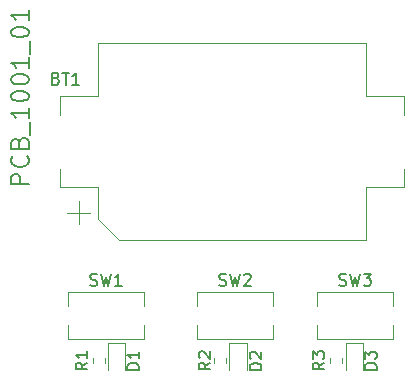
<source format=gbr>
%TF.GenerationSoftware,KiCad,Pcbnew,8.0.6*%
%TF.CreationDate,2025-03-28T23:06:14+00:00*%
%TF.ProjectId,PCB_1001_00,5043425f-3130-4303-915f-30302e6b6963,01*%
%TF.SameCoordinates,Original*%
%TF.FileFunction,Legend,Top*%
%TF.FilePolarity,Positive*%
%FSLAX46Y46*%
G04 Gerber Fmt 4.6, Leading zero omitted, Abs format (unit mm)*
G04 Created by KiCad (PCBNEW 8.0.6) date 2025-03-28 23:06:14*
%MOMM*%
%LPD*%
G01*
G04 APERTURE LIST*
%ADD10C,0.200000*%
%ADD11C,0.150000*%
%ADD12C,0.120000*%
G04 APERTURE END LIST*
D10*
X125536028Y-93999279D02*
X124036028Y-93999279D01*
X124036028Y-93999279D02*
X124036028Y-93427850D01*
X124036028Y-93427850D02*
X124107457Y-93284993D01*
X124107457Y-93284993D02*
X124178885Y-93213564D01*
X124178885Y-93213564D02*
X124321742Y-93142136D01*
X124321742Y-93142136D02*
X124536028Y-93142136D01*
X124536028Y-93142136D02*
X124678885Y-93213564D01*
X124678885Y-93213564D02*
X124750314Y-93284993D01*
X124750314Y-93284993D02*
X124821742Y-93427850D01*
X124821742Y-93427850D02*
X124821742Y-93999279D01*
X125393171Y-91642136D02*
X125464600Y-91713564D01*
X125464600Y-91713564D02*
X125536028Y-91927850D01*
X125536028Y-91927850D02*
X125536028Y-92070707D01*
X125536028Y-92070707D02*
X125464600Y-92284993D01*
X125464600Y-92284993D02*
X125321742Y-92427850D01*
X125321742Y-92427850D02*
X125178885Y-92499279D01*
X125178885Y-92499279D02*
X124893171Y-92570707D01*
X124893171Y-92570707D02*
X124678885Y-92570707D01*
X124678885Y-92570707D02*
X124393171Y-92499279D01*
X124393171Y-92499279D02*
X124250314Y-92427850D01*
X124250314Y-92427850D02*
X124107457Y-92284993D01*
X124107457Y-92284993D02*
X124036028Y-92070707D01*
X124036028Y-92070707D02*
X124036028Y-91927850D01*
X124036028Y-91927850D02*
X124107457Y-91713564D01*
X124107457Y-91713564D02*
X124178885Y-91642136D01*
X124750314Y-90499279D02*
X124821742Y-90284993D01*
X124821742Y-90284993D02*
X124893171Y-90213564D01*
X124893171Y-90213564D02*
X125036028Y-90142136D01*
X125036028Y-90142136D02*
X125250314Y-90142136D01*
X125250314Y-90142136D02*
X125393171Y-90213564D01*
X125393171Y-90213564D02*
X125464600Y-90284993D01*
X125464600Y-90284993D02*
X125536028Y-90427850D01*
X125536028Y-90427850D02*
X125536028Y-90999279D01*
X125536028Y-90999279D02*
X124036028Y-90999279D01*
X124036028Y-90999279D02*
X124036028Y-90499279D01*
X124036028Y-90499279D02*
X124107457Y-90356422D01*
X124107457Y-90356422D02*
X124178885Y-90284993D01*
X124178885Y-90284993D02*
X124321742Y-90213564D01*
X124321742Y-90213564D02*
X124464600Y-90213564D01*
X124464600Y-90213564D02*
X124607457Y-90284993D01*
X124607457Y-90284993D02*
X124678885Y-90356422D01*
X124678885Y-90356422D02*
X124750314Y-90499279D01*
X124750314Y-90499279D02*
X124750314Y-90999279D01*
X125678885Y-89856422D02*
X125678885Y-88713564D01*
X125536028Y-87570707D02*
X125536028Y-88427850D01*
X125536028Y-87999279D02*
X124036028Y-87999279D01*
X124036028Y-87999279D02*
X124250314Y-88142136D01*
X124250314Y-88142136D02*
X124393171Y-88284993D01*
X124393171Y-88284993D02*
X124464600Y-88427850D01*
X124036028Y-86642136D02*
X124036028Y-86499279D01*
X124036028Y-86499279D02*
X124107457Y-86356422D01*
X124107457Y-86356422D02*
X124178885Y-86284994D01*
X124178885Y-86284994D02*
X124321742Y-86213565D01*
X124321742Y-86213565D02*
X124607457Y-86142136D01*
X124607457Y-86142136D02*
X124964600Y-86142136D01*
X124964600Y-86142136D02*
X125250314Y-86213565D01*
X125250314Y-86213565D02*
X125393171Y-86284994D01*
X125393171Y-86284994D02*
X125464600Y-86356422D01*
X125464600Y-86356422D02*
X125536028Y-86499279D01*
X125536028Y-86499279D02*
X125536028Y-86642136D01*
X125536028Y-86642136D02*
X125464600Y-86784994D01*
X125464600Y-86784994D02*
X125393171Y-86856422D01*
X125393171Y-86856422D02*
X125250314Y-86927851D01*
X125250314Y-86927851D02*
X124964600Y-86999279D01*
X124964600Y-86999279D02*
X124607457Y-86999279D01*
X124607457Y-86999279D02*
X124321742Y-86927851D01*
X124321742Y-86927851D02*
X124178885Y-86856422D01*
X124178885Y-86856422D02*
X124107457Y-86784994D01*
X124107457Y-86784994D02*
X124036028Y-86642136D01*
X124036028Y-85213565D02*
X124036028Y-85070708D01*
X124036028Y-85070708D02*
X124107457Y-84927851D01*
X124107457Y-84927851D02*
X124178885Y-84856423D01*
X124178885Y-84856423D02*
X124321742Y-84784994D01*
X124321742Y-84784994D02*
X124607457Y-84713565D01*
X124607457Y-84713565D02*
X124964600Y-84713565D01*
X124964600Y-84713565D02*
X125250314Y-84784994D01*
X125250314Y-84784994D02*
X125393171Y-84856423D01*
X125393171Y-84856423D02*
X125464600Y-84927851D01*
X125464600Y-84927851D02*
X125536028Y-85070708D01*
X125536028Y-85070708D02*
X125536028Y-85213565D01*
X125536028Y-85213565D02*
X125464600Y-85356423D01*
X125464600Y-85356423D02*
X125393171Y-85427851D01*
X125393171Y-85427851D02*
X125250314Y-85499280D01*
X125250314Y-85499280D02*
X124964600Y-85570708D01*
X124964600Y-85570708D02*
X124607457Y-85570708D01*
X124607457Y-85570708D02*
X124321742Y-85499280D01*
X124321742Y-85499280D02*
X124178885Y-85427851D01*
X124178885Y-85427851D02*
X124107457Y-85356423D01*
X124107457Y-85356423D02*
X124036028Y-85213565D01*
X125536028Y-83284994D02*
X125536028Y-84142137D01*
X125536028Y-83713566D02*
X124036028Y-83713566D01*
X124036028Y-83713566D02*
X124250314Y-83856423D01*
X124250314Y-83856423D02*
X124393171Y-83999280D01*
X124393171Y-83999280D02*
X124464600Y-84142137D01*
X125678885Y-82999281D02*
X125678885Y-81856423D01*
X124036028Y-81213566D02*
X124036028Y-81070709D01*
X124036028Y-81070709D02*
X124107457Y-80927852D01*
X124107457Y-80927852D02*
X124178885Y-80856424D01*
X124178885Y-80856424D02*
X124321742Y-80784995D01*
X124321742Y-80784995D02*
X124607457Y-80713566D01*
X124607457Y-80713566D02*
X124964600Y-80713566D01*
X124964600Y-80713566D02*
X125250314Y-80784995D01*
X125250314Y-80784995D02*
X125393171Y-80856424D01*
X125393171Y-80856424D02*
X125464600Y-80927852D01*
X125464600Y-80927852D02*
X125536028Y-81070709D01*
X125536028Y-81070709D02*
X125536028Y-81213566D01*
X125536028Y-81213566D02*
X125464600Y-81356424D01*
X125464600Y-81356424D02*
X125393171Y-81427852D01*
X125393171Y-81427852D02*
X125250314Y-81499281D01*
X125250314Y-81499281D02*
X124964600Y-81570709D01*
X124964600Y-81570709D02*
X124607457Y-81570709D01*
X124607457Y-81570709D02*
X124321742Y-81499281D01*
X124321742Y-81499281D02*
X124178885Y-81427852D01*
X124178885Y-81427852D02*
X124107457Y-81356424D01*
X124107457Y-81356424D02*
X124036028Y-81213566D01*
X125536028Y-79284995D02*
X125536028Y-80142138D01*
X125536028Y-79713567D02*
X124036028Y-79713567D01*
X124036028Y-79713567D02*
X124250314Y-79856424D01*
X124250314Y-79856424D02*
X124393171Y-79999281D01*
X124393171Y-79999281D02*
X124464600Y-80142138D01*
D11*
X145234819Y-109727094D02*
X144234819Y-109727094D01*
X144234819Y-109727094D02*
X144234819Y-109488999D01*
X144234819Y-109488999D02*
X144282438Y-109346142D01*
X144282438Y-109346142D02*
X144377676Y-109250904D01*
X144377676Y-109250904D02*
X144472914Y-109203285D01*
X144472914Y-109203285D02*
X144663390Y-109155666D01*
X144663390Y-109155666D02*
X144806247Y-109155666D01*
X144806247Y-109155666D02*
X144996723Y-109203285D01*
X144996723Y-109203285D02*
X145091961Y-109250904D01*
X145091961Y-109250904D02*
X145187200Y-109346142D01*
X145187200Y-109346142D02*
X145234819Y-109488999D01*
X145234819Y-109488999D02*
X145234819Y-109727094D01*
X144330057Y-108774713D02*
X144282438Y-108727094D01*
X144282438Y-108727094D02*
X144234819Y-108631856D01*
X144234819Y-108631856D02*
X144234819Y-108393761D01*
X144234819Y-108393761D02*
X144282438Y-108298523D01*
X144282438Y-108298523D02*
X144330057Y-108250904D01*
X144330057Y-108250904D02*
X144425295Y-108203285D01*
X144425295Y-108203285D02*
X144520533Y-108203285D01*
X144520533Y-108203285D02*
X144663390Y-108250904D01*
X144663390Y-108250904D02*
X145234819Y-108822332D01*
X145234819Y-108822332D02*
X145234819Y-108203285D01*
X141668667Y-102563200D02*
X141811524Y-102610819D01*
X141811524Y-102610819D02*
X142049619Y-102610819D01*
X142049619Y-102610819D02*
X142144857Y-102563200D01*
X142144857Y-102563200D02*
X142192476Y-102515580D01*
X142192476Y-102515580D02*
X142240095Y-102420342D01*
X142240095Y-102420342D02*
X142240095Y-102325104D01*
X142240095Y-102325104D02*
X142192476Y-102229866D01*
X142192476Y-102229866D02*
X142144857Y-102182247D01*
X142144857Y-102182247D02*
X142049619Y-102134628D01*
X142049619Y-102134628D02*
X141859143Y-102087009D01*
X141859143Y-102087009D02*
X141763905Y-102039390D01*
X141763905Y-102039390D02*
X141716286Y-101991771D01*
X141716286Y-101991771D02*
X141668667Y-101896533D01*
X141668667Y-101896533D02*
X141668667Y-101801295D01*
X141668667Y-101801295D02*
X141716286Y-101706057D01*
X141716286Y-101706057D02*
X141763905Y-101658438D01*
X141763905Y-101658438D02*
X141859143Y-101610819D01*
X141859143Y-101610819D02*
X142097238Y-101610819D01*
X142097238Y-101610819D02*
X142240095Y-101658438D01*
X142573429Y-101610819D02*
X142811524Y-102610819D01*
X142811524Y-102610819D02*
X143002000Y-101896533D01*
X143002000Y-101896533D02*
X143192476Y-102610819D01*
X143192476Y-102610819D02*
X143430572Y-101610819D01*
X143763905Y-101706057D02*
X143811524Y-101658438D01*
X143811524Y-101658438D02*
X143906762Y-101610819D01*
X143906762Y-101610819D02*
X144144857Y-101610819D01*
X144144857Y-101610819D02*
X144240095Y-101658438D01*
X144240095Y-101658438D02*
X144287714Y-101706057D01*
X144287714Y-101706057D02*
X144335333Y-101801295D01*
X144335333Y-101801295D02*
X144335333Y-101896533D01*
X144335333Y-101896533D02*
X144287714Y-102039390D01*
X144287714Y-102039390D02*
X143716286Y-102610819D01*
X143716286Y-102610819D02*
X144335333Y-102610819D01*
X154981819Y-109704094D02*
X153981819Y-109704094D01*
X153981819Y-109704094D02*
X153981819Y-109465999D01*
X153981819Y-109465999D02*
X154029438Y-109323142D01*
X154029438Y-109323142D02*
X154124676Y-109227904D01*
X154124676Y-109227904D02*
X154219914Y-109180285D01*
X154219914Y-109180285D02*
X154410390Y-109132666D01*
X154410390Y-109132666D02*
X154553247Y-109132666D01*
X154553247Y-109132666D02*
X154743723Y-109180285D01*
X154743723Y-109180285D02*
X154838961Y-109227904D01*
X154838961Y-109227904D02*
X154934200Y-109323142D01*
X154934200Y-109323142D02*
X154981819Y-109465999D01*
X154981819Y-109465999D02*
X154981819Y-109704094D01*
X153981819Y-108799332D02*
X153981819Y-108180285D01*
X153981819Y-108180285D02*
X154362771Y-108513618D01*
X154362771Y-108513618D02*
X154362771Y-108370761D01*
X154362771Y-108370761D02*
X154410390Y-108275523D01*
X154410390Y-108275523D02*
X154458009Y-108227904D01*
X154458009Y-108227904D02*
X154553247Y-108180285D01*
X154553247Y-108180285D02*
X154791342Y-108180285D01*
X154791342Y-108180285D02*
X154886580Y-108227904D01*
X154886580Y-108227904D02*
X154934200Y-108275523D01*
X154934200Y-108275523D02*
X154981819Y-108370761D01*
X154981819Y-108370761D02*
X154981819Y-108656475D01*
X154981819Y-108656475D02*
X154934200Y-108751713D01*
X154934200Y-108751713D02*
X154886580Y-108799332D01*
X134863819Y-109704094D02*
X133863819Y-109704094D01*
X133863819Y-109704094D02*
X133863819Y-109465999D01*
X133863819Y-109465999D02*
X133911438Y-109323142D01*
X133911438Y-109323142D02*
X134006676Y-109227904D01*
X134006676Y-109227904D02*
X134101914Y-109180285D01*
X134101914Y-109180285D02*
X134292390Y-109132666D01*
X134292390Y-109132666D02*
X134435247Y-109132666D01*
X134435247Y-109132666D02*
X134625723Y-109180285D01*
X134625723Y-109180285D02*
X134720961Y-109227904D01*
X134720961Y-109227904D02*
X134816200Y-109323142D01*
X134816200Y-109323142D02*
X134863819Y-109465999D01*
X134863819Y-109465999D02*
X134863819Y-109704094D01*
X134863819Y-108180285D02*
X134863819Y-108751713D01*
X134863819Y-108465999D02*
X133863819Y-108465999D01*
X133863819Y-108465999D02*
X134006676Y-108561237D01*
X134006676Y-108561237D02*
X134101914Y-108656475D01*
X134101914Y-108656475D02*
X134149533Y-108751713D01*
X151828667Y-102563200D02*
X151971524Y-102610819D01*
X151971524Y-102610819D02*
X152209619Y-102610819D01*
X152209619Y-102610819D02*
X152304857Y-102563200D01*
X152304857Y-102563200D02*
X152352476Y-102515580D01*
X152352476Y-102515580D02*
X152400095Y-102420342D01*
X152400095Y-102420342D02*
X152400095Y-102325104D01*
X152400095Y-102325104D02*
X152352476Y-102229866D01*
X152352476Y-102229866D02*
X152304857Y-102182247D01*
X152304857Y-102182247D02*
X152209619Y-102134628D01*
X152209619Y-102134628D02*
X152019143Y-102087009D01*
X152019143Y-102087009D02*
X151923905Y-102039390D01*
X151923905Y-102039390D02*
X151876286Y-101991771D01*
X151876286Y-101991771D02*
X151828667Y-101896533D01*
X151828667Y-101896533D02*
X151828667Y-101801295D01*
X151828667Y-101801295D02*
X151876286Y-101706057D01*
X151876286Y-101706057D02*
X151923905Y-101658438D01*
X151923905Y-101658438D02*
X152019143Y-101610819D01*
X152019143Y-101610819D02*
X152257238Y-101610819D01*
X152257238Y-101610819D02*
X152400095Y-101658438D01*
X152733429Y-101610819D02*
X152971524Y-102610819D01*
X152971524Y-102610819D02*
X153162000Y-101896533D01*
X153162000Y-101896533D02*
X153352476Y-102610819D01*
X153352476Y-102610819D02*
X153590572Y-101610819D01*
X153876286Y-101610819D02*
X154495333Y-101610819D01*
X154495333Y-101610819D02*
X154162000Y-101991771D01*
X154162000Y-101991771D02*
X154304857Y-101991771D01*
X154304857Y-101991771D02*
X154400095Y-102039390D01*
X154400095Y-102039390D02*
X154447714Y-102087009D01*
X154447714Y-102087009D02*
X154495333Y-102182247D01*
X154495333Y-102182247D02*
X154495333Y-102420342D01*
X154495333Y-102420342D02*
X154447714Y-102515580D01*
X154447714Y-102515580D02*
X154400095Y-102563200D01*
X154400095Y-102563200D02*
X154304857Y-102610819D01*
X154304857Y-102610819D02*
X154019143Y-102610819D01*
X154019143Y-102610819D02*
X153923905Y-102563200D01*
X153923905Y-102563200D02*
X153876286Y-102515580D01*
X127837285Y-85055009D02*
X127980142Y-85102628D01*
X127980142Y-85102628D02*
X128027761Y-85150247D01*
X128027761Y-85150247D02*
X128075380Y-85245485D01*
X128075380Y-85245485D02*
X128075380Y-85388342D01*
X128075380Y-85388342D02*
X128027761Y-85483580D01*
X128027761Y-85483580D02*
X127980142Y-85531200D01*
X127980142Y-85531200D02*
X127884904Y-85578819D01*
X127884904Y-85578819D02*
X127503952Y-85578819D01*
X127503952Y-85578819D02*
X127503952Y-84578819D01*
X127503952Y-84578819D02*
X127837285Y-84578819D01*
X127837285Y-84578819D02*
X127932523Y-84626438D01*
X127932523Y-84626438D02*
X127980142Y-84674057D01*
X127980142Y-84674057D02*
X128027761Y-84769295D01*
X128027761Y-84769295D02*
X128027761Y-84864533D01*
X128027761Y-84864533D02*
X127980142Y-84959771D01*
X127980142Y-84959771D02*
X127932523Y-85007390D01*
X127932523Y-85007390D02*
X127837285Y-85055009D01*
X127837285Y-85055009D02*
X127503952Y-85055009D01*
X128361095Y-84578819D02*
X128932523Y-84578819D01*
X128646809Y-85578819D02*
X128646809Y-84578819D01*
X129789666Y-85578819D02*
X129218238Y-85578819D01*
X129503952Y-85578819D02*
X129503952Y-84578819D01*
X129503952Y-84578819D02*
X129408714Y-84721676D01*
X129408714Y-84721676D02*
X129313476Y-84816914D01*
X129313476Y-84816914D02*
X129218238Y-84864533D01*
X140916819Y-109112666D02*
X140440628Y-109445999D01*
X140916819Y-109684094D02*
X139916819Y-109684094D01*
X139916819Y-109684094D02*
X139916819Y-109303142D01*
X139916819Y-109303142D02*
X139964438Y-109207904D01*
X139964438Y-109207904D02*
X140012057Y-109160285D01*
X140012057Y-109160285D02*
X140107295Y-109112666D01*
X140107295Y-109112666D02*
X140250152Y-109112666D01*
X140250152Y-109112666D02*
X140345390Y-109160285D01*
X140345390Y-109160285D02*
X140393009Y-109207904D01*
X140393009Y-109207904D02*
X140440628Y-109303142D01*
X140440628Y-109303142D02*
X140440628Y-109684094D01*
X140012057Y-108731713D02*
X139964438Y-108684094D01*
X139964438Y-108684094D02*
X139916819Y-108588856D01*
X139916819Y-108588856D02*
X139916819Y-108350761D01*
X139916819Y-108350761D02*
X139964438Y-108255523D01*
X139964438Y-108255523D02*
X140012057Y-108207904D01*
X140012057Y-108207904D02*
X140107295Y-108160285D01*
X140107295Y-108160285D02*
X140202533Y-108160285D01*
X140202533Y-108160285D02*
X140345390Y-108207904D01*
X140345390Y-108207904D02*
X140916819Y-108779332D01*
X140916819Y-108779332D02*
X140916819Y-108160285D01*
X150568819Y-109112666D02*
X150092628Y-109445999D01*
X150568819Y-109684094D02*
X149568819Y-109684094D01*
X149568819Y-109684094D02*
X149568819Y-109303142D01*
X149568819Y-109303142D02*
X149616438Y-109207904D01*
X149616438Y-109207904D02*
X149664057Y-109160285D01*
X149664057Y-109160285D02*
X149759295Y-109112666D01*
X149759295Y-109112666D02*
X149902152Y-109112666D01*
X149902152Y-109112666D02*
X149997390Y-109160285D01*
X149997390Y-109160285D02*
X150045009Y-109207904D01*
X150045009Y-109207904D02*
X150092628Y-109303142D01*
X150092628Y-109303142D02*
X150092628Y-109684094D01*
X149568819Y-108779332D02*
X149568819Y-108160285D01*
X149568819Y-108160285D02*
X149949771Y-108493618D01*
X149949771Y-108493618D02*
X149949771Y-108350761D01*
X149949771Y-108350761D02*
X149997390Y-108255523D01*
X149997390Y-108255523D02*
X150045009Y-108207904D01*
X150045009Y-108207904D02*
X150140247Y-108160285D01*
X150140247Y-108160285D02*
X150378342Y-108160285D01*
X150378342Y-108160285D02*
X150473580Y-108207904D01*
X150473580Y-108207904D02*
X150521200Y-108255523D01*
X150521200Y-108255523D02*
X150568819Y-108350761D01*
X150568819Y-108350761D02*
X150568819Y-108636475D01*
X150568819Y-108636475D02*
X150521200Y-108731713D01*
X150521200Y-108731713D02*
X150473580Y-108779332D01*
X130502819Y-109112666D02*
X130026628Y-109445999D01*
X130502819Y-109684094D02*
X129502819Y-109684094D01*
X129502819Y-109684094D02*
X129502819Y-109303142D01*
X129502819Y-109303142D02*
X129550438Y-109207904D01*
X129550438Y-109207904D02*
X129598057Y-109160285D01*
X129598057Y-109160285D02*
X129693295Y-109112666D01*
X129693295Y-109112666D02*
X129836152Y-109112666D01*
X129836152Y-109112666D02*
X129931390Y-109160285D01*
X129931390Y-109160285D02*
X129979009Y-109207904D01*
X129979009Y-109207904D02*
X130026628Y-109303142D01*
X130026628Y-109303142D02*
X130026628Y-109684094D01*
X130502819Y-108160285D02*
X130502819Y-108731713D01*
X130502819Y-108445999D02*
X129502819Y-108445999D01*
X129502819Y-108445999D02*
X129645676Y-108541237D01*
X129645676Y-108541237D02*
X129740914Y-108636475D01*
X129740914Y-108636475D02*
X129788533Y-108731713D01*
X130746667Y-102563200D02*
X130889524Y-102610819D01*
X130889524Y-102610819D02*
X131127619Y-102610819D01*
X131127619Y-102610819D02*
X131222857Y-102563200D01*
X131222857Y-102563200D02*
X131270476Y-102515580D01*
X131270476Y-102515580D02*
X131318095Y-102420342D01*
X131318095Y-102420342D02*
X131318095Y-102325104D01*
X131318095Y-102325104D02*
X131270476Y-102229866D01*
X131270476Y-102229866D02*
X131222857Y-102182247D01*
X131222857Y-102182247D02*
X131127619Y-102134628D01*
X131127619Y-102134628D02*
X130937143Y-102087009D01*
X130937143Y-102087009D02*
X130841905Y-102039390D01*
X130841905Y-102039390D02*
X130794286Y-101991771D01*
X130794286Y-101991771D02*
X130746667Y-101896533D01*
X130746667Y-101896533D02*
X130746667Y-101801295D01*
X130746667Y-101801295D02*
X130794286Y-101706057D01*
X130794286Y-101706057D02*
X130841905Y-101658438D01*
X130841905Y-101658438D02*
X130937143Y-101610819D01*
X130937143Y-101610819D02*
X131175238Y-101610819D01*
X131175238Y-101610819D02*
X131318095Y-101658438D01*
X131651429Y-101610819D02*
X131889524Y-102610819D01*
X131889524Y-102610819D02*
X132080000Y-101896533D01*
X132080000Y-101896533D02*
X132270476Y-102610819D01*
X132270476Y-102610819D02*
X132508572Y-101610819D01*
X133413333Y-102610819D02*
X132841905Y-102610819D01*
X133127619Y-102610819D02*
X133127619Y-101610819D01*
X133127619Y-101610819D02*
X133032381Y-101753676D01*
X133032381Y-101753676D02*
X132937143Y-101848914D01*
X132937143Y-101848914D02*
X132841905Y-101896533D01*
D12*
%TO.C,D2*%
X142521000Y-107481000D02*
X142521000Y-109766000D01*
X143991000Y-107481000D02*
X142521000Y-107481000D01*
X143991000Y-109766000D02*
X143991000Y-107481000D01*
%TO.C,SW2*%
X139802000Y-103156000D02*
X139802000Y-104356000D01*
X139802000Y-105956000D02*
X139802000Y-107156000D01*
X139802000Y-107156000D02*
X146202000Y-107156000D01*
X146202000Y-103156000D02*
X139802000Y-103156000D01*
X146202000Y-104356000D02*
X146202000Y-103156000D01*
X146202000Y-107156000D02*
X146202000Y-105956000D01*
%TO.C,D3*%
X152362000Y-107481000D02*
X152362000Y-109766000D01*
X153832000Y-107481000D02*
X152362000Y-107481000D01*
X153832000Y-109766000D02*
X153832000Y-107481000D01*
%TO.C,D1*%
X132244000Y-107481000D02*
X132244000Y-109766000D01*
X133714000Y-107481000D02*
X132244000Y-107481000D01*
X133714000Y-109766000D02*
X133714000Y-107481000D01*
%TO.C,SW3*%
X149962000Y-103156000D02*
X149962000Y-104356000D01*
X149962000Y-105956000D02*
X149962000Y-107156000D01*
X149962000Y-107156000D02*
X156362000Y-107156000D01*
X156362000Y-103156000D02*
X149962000Y-103156000D01*
X156362000Y-104356000D02*
X156362000Y-103156000D01*
X156362000Y-107156000D02*
X156362000Y-105956000D01*
%TO.C,BT1*%
X128198000Y-86574000D02*
X128198000Y-88124000D01*
X128198000Y-94274000D02*
X128198000Y-92724000D01*
X129748000Y-95424000D02*
X129748000Y-97424000D01*
X130748000Y-96424000D02*
X128748000Y-96424000D01*
X131398000Y-82074000D02*
X131398000Y-86574000D01*
X131398000Y-82074000D02*
X154098000Y-82074000D01*
X131398000Y-86574000D02*
X128198000Y-86574000D01*
X131398000Y-94274000D02*
X128198000Y-94274000D01*
X131398000Y-96974000D02*
X131398000Y-94274000D01*
X133198000Y-98774000D02*
X131398000Y-96974000D01*
X154098000Y-82074000D02*
X154098000Y-86574000D01*
X154098000Y-86574000D02*
X157298000Y-86574000D01*
X154098000Y-94274000D02*
X157298000Y-94274000D01*
X154098000Y-98774000D02*
X133198000Y-98774000D01*
X154098000Y-98774000D02*
X154098000Y-94274000D01*
X157298000Y-86574000D02*
X157298000Y-88124000D01*
X157298000Y-94274000D02*
X157298000Y-92724000D01*
%TO.C,R2*%
X141209500Y-108708742D02*
X141209500Y-109183258D01*
X142254500Y-108708742D02*
X142254500Y-109183258D01*
%TO.C,R3*%
X151025000Y-108708742D02*
X151025000Y-109183258D01*
X152070000Y-108708742D02*
X152070000Y-109183258D01*
%TO.C,R1*%
X130932500Y-108708742D02*
X130932500Y-109183258D01*
X131977500Y-108708742D02*
X131977500Y-109183258D01*
%TO.C,SW1*%
X128880000Y-103156000D02*
X128880000Y-104356000D01*
X128880000Y-105956000D02*
X128880000Y-107156000D01*
X128880000Y-107156000D02*
X135280000Y-107156000D01*
X135280000Y-103156000D02*
X128880000Y-103156000D01*
X135280000Y-104356000D02*
X135280000Y-103156000D01*
X135280000Y-107156000D02*
X135280000Y-105956000D01*
%TD*%
M02*

</source>
